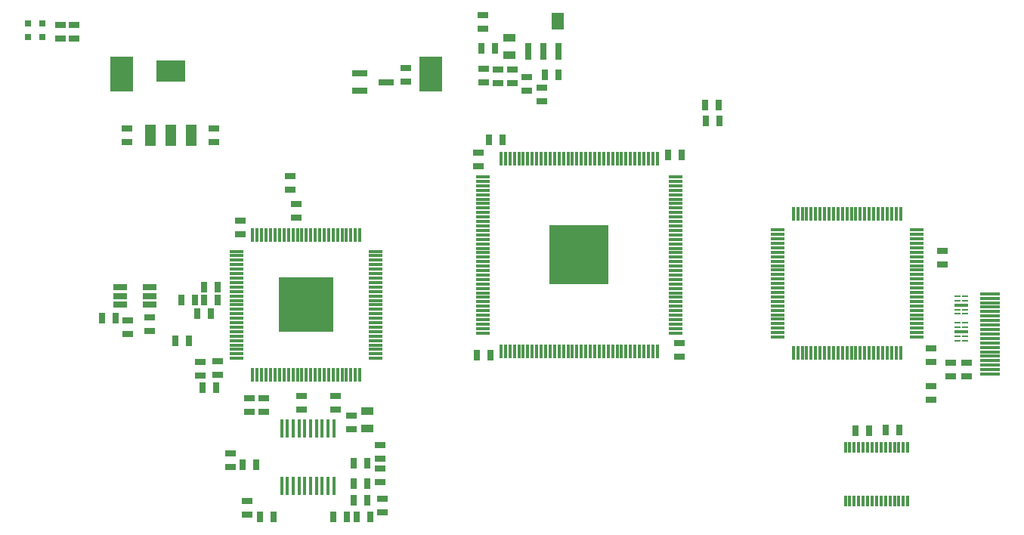
<source format=gtp>
G04 #@! TF.FileFunction,Paste,Top*
%FSLAX46Y46*%
G04 Gerber Fmt 4.6, Leading zero omitted, Abs format (unit mm)*
G04 Created by KiCad (PCBNEW 4.0.5+dfsg1-4) date Fri Apr 14 11:33:04 2017*
%MOMM*%
%LPD*%
G01*
G04 APERTURE LIST*
%ADD10C,0.150000*%
%ADD11R,0.300000X1.200000*%
%ADD12R,0.700000X1.900000*%
%ADD13R,1.400000X1.900000*%
%ADD14R,1.560000X0.650000*%
%ADD15R,1.200000X2.400000*%
%ADD16R,3.300000X2.400000*%
%ADD17R,1.800860X0.800100*%
%ADD18R,0.400000X2.000000*%
%ADD19R,0.300000X1.600000*%
%ADD20R,1.600000X0.300000*%
%ADD21R,0.797560X0.797560*%
%ADD22R,1.397000X0.889000*%
%ADD23R,1.143000X0.635000*%
%ADD24R,0.635000X1.143000*%
%ADD25R,2.500000X4.000000*%
%ADD26R,6.700000X6.700000*%
%ADD27R,6.200000X6.200000*%
%ADD28R,2.200000X0.300000*%
%ADD29R,1.600000X0.400000*%
%ADD30R,0.700000X0.200000*%
G04 APERTURE END LIST*
D10*
D11*
X107122000Y-72230000D03*
X107622000Y-72230000D03*
X108122000Y-72230000D03*
X108622000Y-72230000D03*
X109122000Y-72230000D03*
X109622000Y-72230000D03*
X110122000Y-72230000D03*
X110622000Y-72230000D03*
X111122000Y-72230000D03*
X111622000Y-72230000D03*
X112122000Y-72230000D03*
X112622000Y-72230000D03*
X113122000Y-72230000D03*
X113622000Y-72230000D03*
X114122000Y-72230000D03*
X114122000Y-66230000D03*
X113622000Y-66230000D03*
X113122000Y-66230000D03*
X112622000Y-66230000D03*
X112122000Y-66230000D03*
X111622000Y-66230000D03*
X111122000Y-66230000D03*
X110622000Y-66230000D03*
X110122000Y-66230000D03*
X109622000Y-66230000D03*
X109122000Y-66230000D03*
X108622000Y-66230000D03*
X108122000Y-66230000D03*
X107622000Y-66230000D03*
X107122000Y-66230000D03*
D12*
X74964100Y-21860500D03*
X73264100Y-21860500D03*
X71564100Y-21860500D03*
D13*
X74944100Y-18510500D03*
D14*
X29143300Y-49287800D03*
X25843300Y-48337800D03*
X25843300Y-49287800D03*
X25843300Y-50237800D03*
X29143300Y-50237800D03*
X29143300Y-48337800D03*
D15*
X31577000Y-31256000D03*
X29277000Y-31256000D03*
X33877000Y-31256000D03*
D16*
X31577000Y-24056000D03*
D17*
X52691860Y-24379000D03*
X52691860Y-26279000D03*
X55694140Y-25329000D03*
D18*
X43963000Y-70544000D03*
X44613000Y-70544000D03*
X45263000Y-70544000D03*
X45913000Y-70544000D03*
X46563000Y-70544000D03*
X47213000Y-70544000D03*
X47863000Y-70544000D03*
X48513000Y-70544000D03*
X49163000Y-70544000D03*
X49813000Y-70544000D03*
X49813000Y-64104000D03*
X49163000Y-64104000D03*
X48513000Y-64104000D03*
X47863000Y-64104000D03*
X47213000Y-64104000D03*
X46563000Y-64104000D03*
X45913000Y-64104000D03*
X45263000Y-64104000D03*
X44613000Y-64104000D03*
X43963000Y-64104000D03*
D19*
X101300000Y-55700000D03*
X101800000Y-55700000D03*
X102300000Y-55700000D03*
X102800000Y-55700000D03*
X103300000Y-55700000D03*
X103800000Y-55700000D03*
X104300000Y-55700000D03*
X104800000Y-55700000D03*
X105300000Y-55700000D03*
X105800000Y-55700000D03*
X106300000Y-55700000D03*
X106800000Y-55700000D03*
X107300000Y-55700000D03*
X107800000Y-55700000D03*
X108300000Y-55700000D03*
X108800000Y-55700000D03*
X109300000Y-55700000D03*
X109800000Y-55700000D03*
X110300000Y-55700000D03*
X110800000Y-55700000D03*
X111300000Y-55700000D03*
X111800000Y-55700000D03*
X112300000Y-55700000D03*
X112800000Y-55700000D03*
X113300000Y-55700000D03*
D20*
X115100000Y-53900000D03*
X115100000Y-53400000D03*
X115100000Y-52900000D03*
X115100000Y-52400000D03*
X115100000Y-51900000D03*
X115100000Y-51400000D03*
X115100000Y-50900000D03*
X115100000Y-50400000D03*
X115100000Y-49900000D03*
X115100000Y-49400000D03*
X115100000Y-48900000D03*
X115100000Y-48400000D03*
X115100000Y-47900000D03*
X115100000Y-47400000D03*
X115100000Y-46900000D03*
X115100000Y-46400000D03*
X115100000Y-45900000D03*
X115100000Y-45400000D03*
X115100000Y-44900000D03*
X115100000Y-44400000D03*
X115100000Y-43900000D03*
X115100000Y-43400000D03*
X115100000Y-42900000D03*
X115100000Y-42400000D03*
X115100000Y-41900000D03*
D19*
X113300000Y-40100000D03*
X112800000Y-40100000D03*
X112300000Y-40100000D03*
X111800000Y-40100000D03*
X111300000Y-40100000D03*
X110800000Y-40100000D03*
X110300000Y-40100000D03*
X109800000Y-40100000D03*
X109300000Y-40100000D03*
X108800000Y-40100000D03*
X108300000Y-40100000D03*
X107800000Y-40100000D03*
X107300000Y-40100000D03*
X106800000Y-40100000D03*
X106300000Y-40100000D03*
X105800000Y-40100000D03*
X105300000Y-40100000D03*
X104800000Y-40100000D03*
X104300000Y-40100000D03*
X103800000Y-40100000D03*
X103300000Y-40100000D03*
X102800000Y-40100000D03*
X102300000Y-40100000D03*
X101800000Y-40100000D03*
X101300000Y-40100000D03*
D20*
X99500000Y-41900000D03*
X99500000Y-42400000D03*
X99500000Y-42900000D03*
X99500000Y-43400000D03*
X99500000Y-43900000D03*
X99500000Y-44400000D03*
X99500000Y-44900000D03*
X99500000Y-45400000D03*
X99500000Y-45900000D03*
X99500000Y-46400000D03*
X99500000Y-46900000D03*
X99500000Y-47400000D03*
X99500000Y-47900000D03*
X99500000Y-48400000D03*
X99500000Y-48900000D03*
X99500000Y-49400000D03*
X99500000Y-49900000D03*
X99500000Y-50400000D03*
X99500000Y-50900000D03*
X99500000Y-51400000D03*
X99500000Y-51900000D03*
X99500000Y-52400000D03*
X99500000Y-52900000D03*
X99500000Y-53400000D03*
X99500000Y-53900000D03*
D21*
X17179000Y-18795700D03*
X17179000Y-20294300D03*
X15549000Y-18795700D03*
X15549000Y-20294300D03*
D22*
X69494000Y-20408500D03*
X69494000Y-22313500D03*
X53538000Y-64107500D03*
X53538000Y-62202500D03*
D23*
X38262900Y-68477500D03*
X38262900Y-66953500D03*
D24*
X52410700Y-74078200D03*
X53934700Y-74078200D03*
D23*
X55280900Y-72008100D03*
X55280900Y-73532100D03*
X55001500Y-70128500D03*
X55001500Y-68604500D03*
X54997000Y-67547000D03*
X54997000Y-66023000D03*
X40104000Y-73777000D03*
X40104000Y-72253000D03*
D24*
X35301000Y-49779000D03*
X36825000Y-49779000D03*
X25397800Y-51764300D03*
X23873800Y-51764300D03*
D23*
X39370000Y-40894000D03*
X39370000Y-42418000D03*
X44931000Y-37368000D03*
X44931000Y-35844000D03*
X45616200Y-39013500D03*
X45616200Y-40537500D03*
D24*
X91463200Y-29666300D03*
X92987200Y-29666300D03*
D23*
X116693000Y-55199000D03*
X116693000Y-56723000D03*
X66609300Y-25399100D03*
X66609300Y-23875100D03*
X68222200Y-25411800D03*
X68222200Y-23887800D03*
X69835100Y-25411800D03*
X69835100Y-23887800D03*
X71448000Y-26288100D03*
X71448000Y-24764100D03*
X73086300Y-27520000D03*
X73086300Y-25996000D03*
D24*
X73467300Y-24548200D03*
X74991300Y-24548200D03*
X67866600Y-21551000D03*
X66342600Y-21551000D03*
D23*
X19159000Y-18929000D03*
X19159000Y-20453000D03*
X20709000Y-18925000D03*
X20709000Y-20449000D03*
X57912000Y-23754000D03*
X57912000Y-25278000D03*
D24*
X35138700Y-59536700D03*
X36662700Y-59536700D03*
D23*
X116690000Y-60902000D03*
X116690000Y-59378000D03*
X120690000Y-58262000D03*
X120690000Y-56738000D03*
X118930000Y-58262000D03*
X118930000Y-56738000D03*
D24*
X39634500Y-68172700D03*
X41158500Y-68172700D03*
X51280400Y-74066000D03*
X49756400Y-74066000D03*
X53604500Y-72224000D03*
X52080500Y-72224000D03*
X53579100Y-70357100D03*
X52055100Y-70357100D03*
X53579100Y-68058400D03*
X52055100Y-68058400D03*
D23*
X40358400Y-62267200D03*
X40358400Y-60743200D03*
D24*
X41539000Y-74066000D03*
X43063000Y-74066000D03*
D23*
X34872000Y-58177800D03*
X34872000Y-56653800D03*
D24*
X32078000Y-54317000D03*
X33602000Y-54317000D03*
X36039000Y-51283000D03*
X34515000Y-51283000D03*
X32766000Y-49779000D03*
X34290000Y-49779000D03*
X36824000Y-48265000D03*
X35300000Y-48265000D03*
D23*
X26705900Y-52018300D03*
X26705900Y-53542300D03*
X26645000Y-32075000D03*
X26645000Y-30551000D03*
X66000000Y-34762000D03*
X66000000Y-33238000D03*
D24*
X68762000Y-31800000D03*
X67238000Y-31800000D03*
X67362000Y-55900000D03*
X65838000Y-55900000D03*
D23*
X66520400Y-17868000D03*
X66520400Y-19392000D03*
D24*
X92974500Y-27888300D03*
X91450500Y-27888300D03*
X87259000Y-33498000D03*
X88783000Y-33498000D03*
D23*
X88500000Y-54538000D03*
X88500000Y-56062000D03*
X118040000Y-44248000D03*
X118040000Y-45772000D03*
X36405000Y-32080000D03*
X36405000Y-30556000D03*
X51763000Y-64252000D03*
X51763000Y-62728000D03*
X29144300Y-51713500D03*
X29144300Y-53237500D03*
X46225800Y-62013200D03*
X46225800Y-60489200D03*
X49985000Y-61987800D03*
X49985000Y-60463800D03*
X41958600Y-62267200D03*
X41958600Y-60743200D03*
X36827800Y-56628400D03*
X36827800Y-58152400D03*
D25*
X60676200Y-24406600D03*
X26076200Y-24406600D03*
D24*
X111648000Y-64350000D03*
X113172000Y-64350000D03*
X109797000Y-64359000D03*
X108273000Y-64359000D03*
D19*
X86050000Y-33900000D03*
X85550000Y-33900000D03*
X85050000Y-33900000D03*
X84550000Y-33900000D03*
X84050000Y-33900000D03*
X83550000Y-33900000D03*
X83050000Y-33900000D03*
X82550000Y-33900000D03*
X82050000Y-33900000D03*
X81550000Y-33900000D03*
X81050000Y-33900000D03*
X80550000Y-33900000D03*
X80050000Y-33900000D03*
X79550000Y-33900000D03*
X79050000Y-33900000D03*
X78550000Y-33900000D03*
X78050000Y-33900000D03*
X77550000Y-33900000D03*
X77050000Y-33900000D03*
X76550000Y-33900000D03*
X76050000Y-33900000D03*
X75550000Y-33900000D03*
X75050000Y-33900000D03*
X74550000Y-33900000D03*
X74050000Y-33900000D03*
X73550000Y-33900000D03*
X73050000Y-33900000D03*
X72550000Y-33900000D03*
X72050000Y-33900000D03*
X71550000Y-33900000D03*
X71050000Y-33900000D03*
X70550000Y-33900000D03*
X70050000Y-33900000D03*
X69550000Y-33900000D03*
X69050000Y-33900000D03*
X68550000Y-33900000D03*
D20*
X66500000Y-35950000D03*
X66500000Y-36450000D03*
X66500000Y-36950000D03*
X66500000Y-37450000D03*
X66500000Y-37950000D03*
X66500000Y-38450000D03*
X66500000Y-38950000D03*
X66500000Y-39450000D03*
X66500000Y-39950000D03*
X66500000Y-40450000D03*
X66500000Y-40950000D03*
X66500000Y-41450000D03*
X66500000Y-41950000D03*
X66500000Y-42450000D03*
X66500000Y-42950000D03*
X66500000Y-43450000D03*
X66500000Y-43950000D03*
X66500000Y-44450000D03*
X66500000Y-44950000D03*
X66500000Y-45450000D03*
X66500000Y-45950000D03*
X66500000Y-46450000D03*
X66500000Y-46950000D03*
X66500000Y-47450000D03*
X66500000Y-47950000D03*
X66500000Y-48450000D03*
X66500000Y-48950000D03*
X66500000Y-49450000D03*
X66500000Y-49950000D03*
X66500000Y-50450000D03*
X66500000Y-50950000D03*
X66500000Y-51450000D03*
X66500000Y-51950000D03*
X66500000Y-52450000D03*
X66500000Y-52950000D03*
X66500000Y-53450000D03*
D19*
X68550000Y-55500000D03*
X69050000Y-55500000D03*
X69550000Y-55500000D03*
X70050000Y-55500000D03*
X70550000Y-55500000D03*
X71050000Y-55500000D03*
X71550000Y-55500000D03*
X72050000Y-55500000D03*
X72550000Y-55500000D03*
X73050000Y-55500000D03*
X73550000Y-55500000D03*
X74050000Y-55500000D03*
X74550000Y-55500000D03*
X75050000Y-55500000D03*
X75550000Y-55500000D03*
X76050000Y-55500000D03*
X76550000Y-55500000D03*
X77050000Y-55500000D03*
X77550000Y-55500000D03*
X78050000Y-55500000D03*
X78550000Y-55500000D03*
X79050000Y-55500000D03*
X79550000Y-55500000D03*
X80050000Y-55500000D03*
X80550000Y-55500000D03*
X81050000Y-55500000D03*
X81550000Y-55500000D03*
X82050000Y-55500000D03*
X82550000Y-55500000D03*
X83050000Y-55500000D03*
X83550000Y-55500000D03*
X84050000Y-55500000D03*
X84550000Y-55500000D03*
X85050000Y-55500000D03*
X85550000Y-55500000D03*
X86050000Y-55500000D03*
D20*
X88100000Y-53450000D03*
X88100000Y-52950000D03*
X88100000Y-52450000D03*
X88100000Y-51950000D03*
X88100000Y-51450000D03*
X88100000Y-50950000D03*
X88100000Y-50450000D03*
X88100000Y-49950000D03*
X88100000Y-49450000D03*
X88100000Y-48950000D03*
X88100000Y-48450000D03*
X88100000Y-47950000D03*
X88100000Y-47450000D03*
X88100000Y-46950000D03*
X88100000Y-46450000D03*
X88100000Y-45950000D03*
X88100000Y-45450000D03*
X88100000Y-44950000D03*
X88100000Y-44450000D03*
X88100000Y-43950000D03*
X88100000Y-43450000D03*
X88100000Y-42950000D03*
X88100000Y-42450000D03*
X88100000Y-41950000D03*
X88100000Y-41450000D03*
X88100000Y-40950000D03*
X88100000Y-40450000D03*
X88100000Y-39950000D03*
X88100000Y-39450000D03*
X88100000Y-38950000D03*
X88100000Y-38450000D03*
X88100000Y-37950000D03*
X88100000Y-37450000D03*
X88100000Y-36950000D03*
X88100000Y-36450000D03*
X88100000Y-35950000D03*
D26*
X77300000Y-44700000D03*
D19*
X40736000Y-58092000D03*
X41236000Y-58092000D03*
X41736000Y-58092000D03*
X42236000Y-58092000D03*
X42736000Y-58092000D03*
X43236000Y-58092000D03*
X43736000Y-58092000D03*
X44236000Y-58092000D03*
X44736000Y-58092000D03*
X45236000Y-58092000D03*
X45736000Y-58092000D03*
X46236000Y-58092000D03*
X46736000Y-58092000D03*
X47236000Y-58092000D03*
X47736000Y-58092000D03*
X48236000Y-58092000D03*
X48736000Y-58092000D03*
X49236000Y-58092000D03*
X49736000Y-58092000D03*
X50236000Y-58092000D03*
X50736000Y-58092000D03*
X51236000Y-58092000D03*
X51736000Y-58092000D03*
X52236000Y-58092000D03*
X52736000Y-58092000D03*
D20*
X54536000Y-56292000D03*
X54536000Y-55792000D03*
X54536000Y-55292000D03*
X54536000Y-54792000D03*
X54536000Y-54292000D03*
X54536000Y-53792000D03*
X54536000Y-53292000D03*
X54536000Y-52792000D03*
X54536000Y-52292000D03*
X54536000Y-51792000D03*
X54536000Y-51292000D03*
X54536000Y-50792000D03*
X54536000Y-50292000D03*
X54536000Y-49792000D03*
X54536000Y-49292000D03*
X54536000Y-48792000D03*
X54536000Y-48292000D03*
X54536000Y-47792000D03*
X54536000Y-47292000D03*
X54536000Y-46792000D03*
X54536000Y-46292000D03*
X54536000Y-45792000D03*
X54536000Y-45292000D03*
X54536000Y-44792000D03*
X54536000Y-44292000D03*
D19*
X52736000Y-42492000D03*
X52236000Y-42492000D03*
X51736000Y-42492000D03*
X51236000Y-42492000D03*
X50736000Y-42492000D03*
X50236000Y-42492000D03*
X49736000Y-42492000D03*
X49236000Y-42492000D03*
X48736000Y-42492000D03*
X48236000Y-42492000D03*
X47736000Y-42492000D03*
X47236000Y-42492000D03*
X46736000Y-42492000D03*
X46236000Y-42492000D03*
X45736000Y-42492000D03*
X45236000Y-42492000D03*
X44736000Y-42492000D03*
X44236000Y-42492000D03*
X43736000Y-42492000D03*
X43236000Y-42492000D03*
X42736000Y-42492000D03*
X42236000Y-42492000D03*
X41736000Y-42492000D03*
X41236000Y-42492000D03*
X40736000Y-42492000D03*
D20*
X38936000Y-44292000D03*
X38936000Y-44792000D03*
X38936000Y-45292000D03*
X38936000Y-45792000D03*
X38936000Y-46292000D03*
X38936000Y-46792000D03*
X38936000Y-47292000D03*
X38936000Y-47792000D03*
X38936000Y-48292000D03*
X38936000Y-48792000D03*
X38936000Y-49292000D03*
X38936000Y-49792000D03*
X38936000Y-50292000D03*
X38936000Y-50792000D03*
X38936000Y-51292000D03*
X38936000Y-51792000D03*
X38936000Y-52292000D03*
X38936000Y-52792000D03*
X38936000Y-53292000D03*
X38936000Y-53792000D03*
X38936000Y-54292000D03*
X38936000Y-54792000D03*
X38936000Y-55292000D03*
X38936000Y-55792000D03*
X38936000Y-56292000D03*
D27*
X46736000Y-50292000D03*
D28*
X123300000Y-49050000D03*
X123300000Y-49550000D03*
X123300000Y-50050000D03*
X123300000Y-50550000D03*
X123300000Y-51050000D03*
X123300000Y-51550000D03*
X123300000Y-52050000D03*
X123300000Y-52550000D03*
X123300000Y-53050000D03*
X123300000Y-53550000D03*
X123300000Y-54050000D03*
X123300000Y-54550000D03*
X123300000Y-55050000D03*
X123300000Y-55550000D03*
X123300000Y-56050000D03*
X123300000Y-56550000D03*
X123300000Y-57050000D03*
X123300000Y-57550000D03*
X123300000Y-58050000D03*
D29*
X120120000Y-53310000D03*
D30*
X120569700Y-54310000D03*
X120569700Y-53810000D03*
X120569700Y-52810000D03*
X120569700Y-52310000D03*
X119670300Y-54310000D03*
X119670300Y-53810000D03*
X119670300Y-52310000D03*
X119670300Y-52810000D03*
D29*
X120120000Y-53310000D03*
X120120000Y-50310000D03*
D30*
X120569700Y-51310000D03*
X120569700Y-50810000D03*
X120569700Y-49810000D03*
X120569700Y-49310000D03*
X119670300Y-51310000D03*
X119670300Y-50810000D03*
X119670300Y-49310000D03*
X119670300Y-49810000D03*
D29*
X120120000Y-50310000D03*
M02*

</source>
